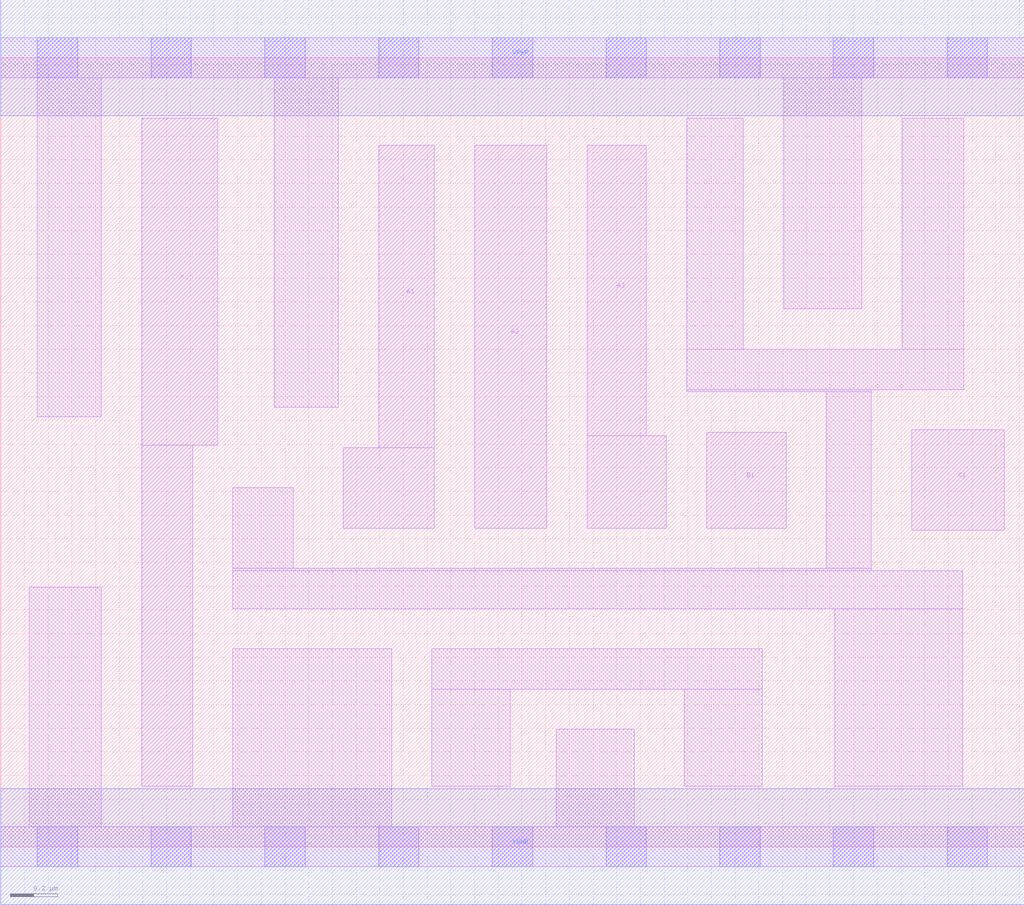
<source format=lef>
# Copyright 2020 The SkyWater PDK Authors
#
# Licensed under the Apache License, Version 2.0 (the "License");
# you may not use this file except in compliance with the License.
# You may obtain a copy of the License at
#
#     https://www.apache.org/licenses/LICENSE-2.0
#
# Unless required by applicable law or agreed to in writing, software
# distributed under the License is distributed on an "AS IS" BASIS,
# WITHOUT WARRANTIES OR CONDITIONS OF ANY KIND, either express or implied.
# See the License for the specific language governing permissions and
# limitations under the License.
#
# SPDX-License-Identifier: Apache-2.0

VERSION 5.7 ;
  NOWIREEXTENSIONATPIN ON ;
  DIVIDERCHAR "/" ;
  BUSBITCHARS "[]" ;
UNITS
  DATABASE MICRONS 200 ;
END UNITS
MACRO sky130_fd_sc_lp__o311a_2
  CLASS CORE ;
  FOREIGN sky130_fd_sc_lp__o311a_2 ;
  ORIGIN  0.000000  0.000000 ;
  SIZE  4.320000 BY  3.330000 ;
  SYMMETRY X Y R90 ;
  SITE unit ;
  PIN A1
    ANTENNAGATEAREA  0.315000 ;
    DIRECTION INPUT ;
    USE SIGNAL ;
    PORT
      LAYER li1 ;
        RECT 1.445000 1.345000 1.830000 1.685000 ;
        RECT 1.595000 1.685000 1.830000 2.960000 ;
    END
  END A1
  PIN A2
    ANTENNAGATEAREA  0.315000 ;
    DIRECTION INPUT ;
    USE SIGNAL ;
    PORT
      LAYER li1 ;
        RECT 2.000000 1.345000 2.305000 2.960000 ;
    END
  END A2
  PIN A3
    ANTENNAGATEAREA  0.315000 ;
    DIRECTION INPUT ;
    USE SIGNAL ;
    PORT
      LAYER li1 ;
        RECT 2.475000 1.345000 2.810000 1.735000 ;
        RECT 2.475000 1.735000 2.725000 2.960000 ;
    END
  END A3
  PIN B1
    ANTENNAGATEAREA  0.315000 ;
    DIRECTION INPUT ;
    USE SIGNAL ;
    PORT
      LAYER li1 ;
        RECT 2.980000 1.345000 3.315000 1.750000 ;
    END
  END B1
  PIN C1
    ANTENNAGATEAREA  0.315000 ;
    DIRECTION INPUT ;
    USE SIGNAL ;
    PORT
      LAYER li1 ;
        RECT 3.845000 1.335000 4.235000 1.760000 ;
    END
  END C1
  PIN X
    ANTENNADIFFAREA  0.588000 ;
    DIRECTION OUTPUT ;
    USE SIGNAL ;
    PORT
      LAYER li1 ;
        RECT 0.595000 0.255000 0.810000 1.695000 ;
        RECT 0.595000 1.695000 0.915000 3.075000 ;
    END
  END X
  PIN VGND
    DIRECTION INOUT ;
    USE GROUND ;
    PORT
      LAYER met1 ;
        RECT 0.000000 -0.245000 4.320000 0.245000 ;
    END
  END VGND
  PIN VPWR
    DIRECTION INOUT ;
    USE POWER ;
    PORT
      LAYER met1 ;
        RECT 0.000000 3.085000 4.320000 3.575000 ;
    END
  END VPWR
  OBS
    LAYER li1 ;
      RECT 0.000000 -0.085000 4.320000 0.085000 ;
      RECT 0.000000  3.245000 4.320000 3.415000 ;
      RECT 0.120000  0.085000 0.425000 1.095000 ;
      RECT 0.155000  1.815000 0.425000 3.245000 ;
      RECT 0.980000  0.085000 1.650000 0.835000 ;
      RECT 0.980000  1.005000 4.060000 1.165000 ;
      RECT 0.980000  1.165000 3.675000 1.175000 ;
      RECT 0.980000  1.175000 1.235000 1.515000 ;
      RECT 1.155000  1.855000 1.425000 3.245000 ;
      RECT 1.820000  0.255000 2.150000 0.665000 ;
      RECT 1.820000  0.665000 3.215000 0.835000 ;
      RECT 2.345000  0.085000 2.675000 0.495000 ;
      RECT 2.885000  0.255000 3.215000 0.665000 ;
      RECT 2.895000  1.920000 3.675000 1.930000 ;
      RECT 2.895000  1.930000 4.065000 2.100000 ;
      RECT 2.895000  2.100000 3.135000 3.075000 ;
      RECT 3.305000  2.270000 3.635000 3.245000 ;
      RECT 3.485000  1.175000 3.675000 1.920000 ;
      RECT 3.520000  0.255000 4.060000 1.005000 ;
      RECT 3.805000  2.100000 4.065000 3.075000 ;
    LAYER mcon ;
      RECT 0.155000 -0.085000 0.325000 0.085000 ;
      RECT 0.155000  3.245000 0.325000 3.415000 ;
      RECT 0.635000 -0.085000 0.805000 0.085000 ;
      RECT 0.635000  3.245000 0.805000 3.415000 ;
      RECT 1.115000 -0.085000 1.285000 0.085000 ;
      RECT 1.115000  3.245000 1.285000 3.415000 ;
      RECT 1.595000 -0.085000 1.765000 0.085000 ;
      RECT 1.595000  3.245000 1.765000 3.415000 ;
      RECT 2.075000 -0.085000 2.245000 0.085000 ;
      RECT 2.075000  3.245000 2.245000 3.415000 ;
      RECT 2.555000 -0.085000 2.725000 0.085000 ;
      RECT 2.555000  3.245000 2.725000 3.415000 ;
      RECT 3.035000 -0.085000 3.205000 0.085000 ;
      RECT 3.035000  3.245000 3.205000 3.415000 ;
      RECT 3.515000 -0.085000 3.685000 0.085000 ;
      RECT 3.515000  3.245000 3.685000 3.415000 ;
      RECT 3.995000 -0.085000 4.165000 0.085000 ;
      RECT 3.995000  3.245000 4.165000 3.415000 ;
  END
END sky130_fd_sc_lp__o311a_2
END LIBRARY

</source>
